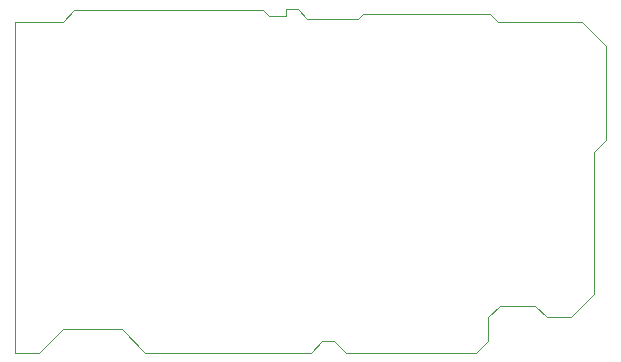
<source format=gko>
G04 (created by PCBNEW (2013-07-07 BZR 4022)-stable) date 07/09/2014 13:51:04*
%MOIN*%
G04 Gerber Fmt 3.4, Leading zero omitted, Abs format*
%FSLAX34Y34*%
G01*
G70*
G90*
G04 APERTURE LIST*
%ADD10C,0.00590551*%
%ADD11C,0.00393701*%
G04 APERTURE END LIST*
G54D10*
G54D11*
X59133Y-21377D02*
X59409Y-21653D01*
X54724Y-21535D02*
X54685Y-21535D01*
X54881Y-21377D02*
X54724Y-21535D01*
X54881Y-21377D02*
X59133Y-21377D01*
X51574Y-21259D02*
X51771Y-21456D01*
X52047Y-21456D02*
X51771Y-21456D01*
X52322Y-21456D02*
X52047Y-21456D01*
X52322Y-21220D02*
X52322Y-21456D01*
X52716Y-21220D02*
X52322Y-21220D01*
X53031Y-21535D02*
X52716Y-21220D01*
X54724Y-21535D02*
X53031Y-21535D01*
X62204Y-21653D02*
X59409Y-21653D01*
X54330Y-32677D02*
X58661Y-32677D01*
X53937Y-32283D02*
X54330Y-32677D01*
X53543Y-32283D02*
X53937Y-32283D01*
X53149Y-32677D02*
X53543Y-32283D01*
X47637Y-32677D02*
X53149Y-32677D01*
X46850Y-31889D02*
X47637Y-32677D01*
X44881Y-31889D02*
X46850Y-31889D01*
X44094Y-32677D02*
X44881Y-31889D01*
X43307Y-32677D02*
X44094Y-32677D01*
X59055Y-32283D02*
X58661Y-32677D01*
X59055Y-31496D02*
X59055Y-32283D01*
X59448Y-31102D02*
X59055Y-31496D01*
X60629Y-31102D02*
X59448Y-31102D01*
X61023Y-31496D02*
X60629Y-31102D01*
X61811Y-31496D02*
X61023Y-31496D01*
X62598Y-30708D02*
X61811Y-31496D01*
X62598Y-25984D02*
X62598Y-30708D01*
X62992Y-25590D02*
X62598Y-25984D01*
X62992Y-22440D02*
X62992Y-25590D01*
X62204Y-21653D02*
X62992Y-22440D01*
X45275Y-21259D02*
X51574Y-21259D01*
X44881Y-21653D02*
X45275Y-21259D01*
X43307Y-21653D02*
X44881Y-21653D01*
X43307Y-32677D02*
X43307Y-21653D01*
M02*

</source>
